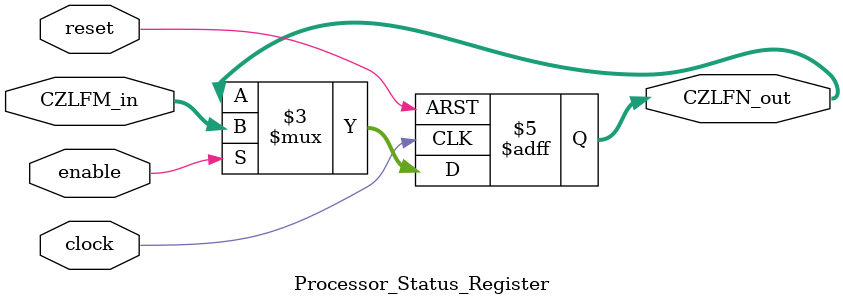
<source format=v>
`timescale 1ns / 1ps
module Processor_Status_Register(
	 input clock,
	 input reset,
	 input enable,
    input [4:0] CZLFM_in,
    output reg[4:0] CZLFN_out 
    );

always@(posedge clock, negedge reset)
begin
	if (~reset)
		CZLFN_out <= 0;
	else	
	if (enable)
		CZLFN_out <= CZLFM_in;
		
end

endmodule

</source>
